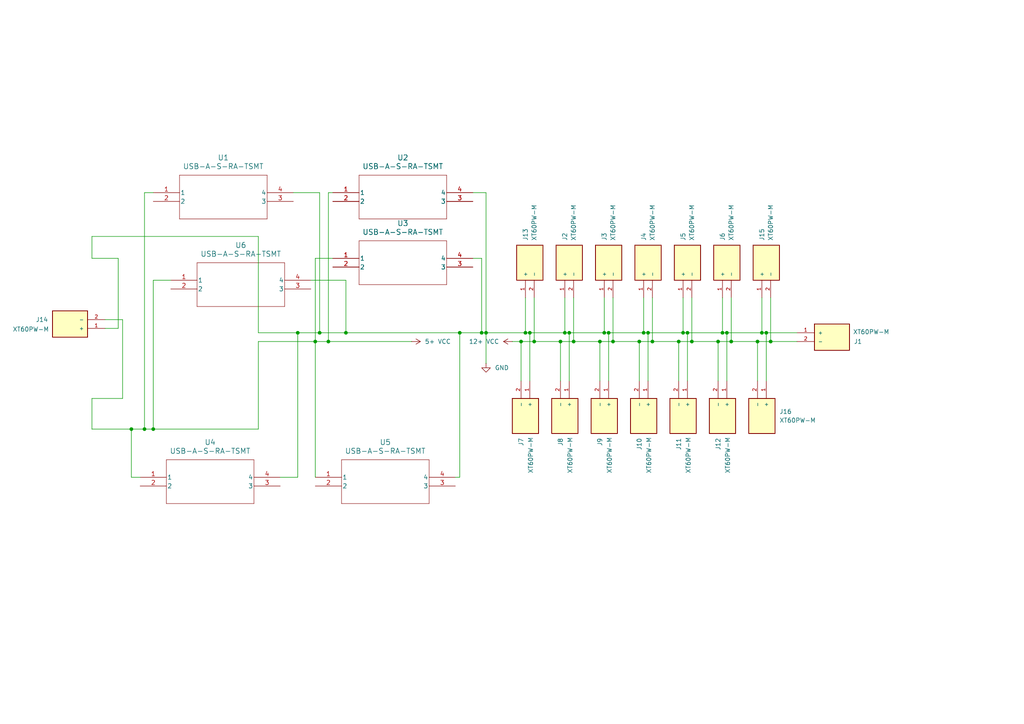
<source format=kicad_sch>
(kicad_sch (version 20231120) (generator "eeschema") (generator_version "8.0")
  (paper "A4")
  (lib_symbols
    (symbol "2025-02-23_03-18-15:USB-A-S-RA-TSMT" (pin_names (offset 0.254))
      (property "Reference" "U" (at 20.32 10.16 0))
      (property "Value" "USB-A-S-RA-TSMT" (at 20.32 7.62 0))
      (symbol "USB-A-S-RA-TSMT_0_1"
        (polyline (pts (xy 7.62 -7.62) (xy 33.02 -7.62)) (stroke (width 0.127)))
        (polyline (pts (xy 7.62 5.08) (xy 7.62 -7.62)) (stroke (width 0.127)))
        (polyline (pts (xy 33.02 -7.62) (xy 33.02 5.08)) (stroke (width 0.127)))
        (polyline (pts (xy 33.02 5.08) (xy 7.62 5.08)) (stroke (width 0.127)))
        (pin unspecified line (at 0 0 0) (length 7.62) (name "1") (number "1"))
        (pin unspecified line (at 0 -2.54 0) (length 7.62) (name "2") (number "2"))
        (pin unspecified line (at 40.64 -2.54 180) (length 7.62) (name "3") (number "3"))
        (pin unspecified line (at 40.64 0 180) (length 7.62) (name "4") (number "4"))
      )
    )
    (symbol "XT60PW-M:XT60PW-M" (pin_names (offset 1.016))
      (property "Reference" "J" (at -5.08 5.7234 0))
      (property "Value" "XT60PW-M" (at -5.08 -5.0923 0))
      (symbol "XT60PW-M_0_0"
        (rectangle (start -5.08 -2.54) (end 5.08 5.08) (stroke (width 0.254)) (fill (type background)))
        (pin passive line (at -10.16 2.54 0) (length 5.08) (name "+") (number "1"))
        (pin passive line (at -10.16 0 0) (length 5.08) (name "-") (number "2"))
      )
    )
    (symbol "power:GND" (power) (pin_numbers hide) (pin_names (offset 0) hide)
      (property "Value" "GND" (at 0 -3.81 0))
      (symbol "GND_0_1"
        (polyline (pts (xy 0 0) (xy 0 -1.27) (xy 1.27 -1.27) (xy 0 -2.54) (xy -1.27 -1.27) (xy 0 -1.27)))
      )
      (symbol "GND_1_1"
        (pin power_in line (at 0 0 270) (length 0) (name "~") (number "1"))
      )
    )
    (symbol "power:VCC" (power) (pin_numbers hide) (pin_names (offset 0) hide)
      (property "Value" "VCC" (at 0 3.556 0))
      (symbol "VCC_0_1"
        (polyline (pts (xy -0.762 1.27) (xy 0 2.54)))
        (polyline (pts (xy 0 0) (xy 0 2.54)))
        (polyline (pts (xy 0 2.54) (xy 0.762 1.27)))
      )
      (symbol "VCC_1_1"
        (pin power_in line (at 0 0 90) (length 0) (name "~") (number "1"))
      )
    )
  )
  (junction (at 152.4 96.52))
  (junction (at 38.1 124.46))
  (junction (at 151.13 99.06))
  (junction (at 140.97 96.52))
  (junction (at 173.99 99.06))
  (junction (at 100.33 96.52))
  (junction (at 200.66 99.06))
  (junction (at 154.94 99.06))
  (junction (at 86.36 96.52))
  (junction (at 165.1 96.52))
  (junction (at 95.25 99.06))
  (junction (at 133.35 96.52))
  (junction (at 175.26 96.52))
  (junction (at 212.09 99.06))
  (junction (at 187.96 96.52))
  (junction (at 220.98 96.52))
  (junction (at 210.82 96.52))
  (junction (at 177.8 99.06))
  (junction (at 153.67 96.52))
  (junction (at 198.12 96.52))
  (junction (at 189.23 99.06))
  (junction (at 199.39 96.52))
  (junction (at 209.55 96.52))
  (junction (at 166.37 99.06))
  (junction (at 208.28 99.06))
  (junction (at 41.91 124.46))
  (junction (at 223.52 99.06))
  (junction (at 222.25 96.52))
  (junction (at 162.56 99.06))
  (junction (at 44.45 124.46))
  (junction (at 186.69 96.52))
  (junction (at 163.83 96.52))
  (junction (at 139.7 96.52))
  (junction (at 91.44 99.06))
  (junction (at 196.85 99.06))
  (junction (at 219.71 99.06))
  (junction (at 92.71 96.52))
  (junction (at 176.53 96.52))
  (junction (at 185.42 99.06))
  (wire (pts (xy 95.25 55.88) (xy 95.25 99.06)))
  (wire (pts (xy 100.33 81.28) (xy 100.33 96.52)))
  (wire (pts (xy 148.59 99.06) (xy 151.13 99.06)))
  (wire (pts (xy 199.39 96.52) (xy 209.55 96.52)))
  (wire (pts (xy 220.98 86.36) (xy 220.98 96.52)))
  (wire (pts (xy 208.28 99.06) (xy 200.66 99.06)))
  (wire (pts (xy 41.91 55.88) (xy 44.45 55.88)))
  (wire (pts (xy 162.56 99.06) (xy 162.56 110.49)))
  (wire (pts (xy 231.14 99.06) (xy 223.52 99.06)))
  (wire (pts (xy 41.91 55.88) (xy 41.91 124.46)))
  (wire (pts (xy 139.7 74.93) (xy 139.7 96.52)))
  (wire (pts (xy 152.4 96.52) (xy 153.67 96.52)))
  (wire (pts (xy 219.71 99.06) (xy 219.71 110.49)))
  (wire (pts (xy 119.38 99.06) (xy 95.25 99.06)))
  (wire (pts (xy 92.71 96.52) (xy 100.33 96.52)))
  (wire (pts (xy 223.52 99.06) (xy 219.71 99.06)))
  (wire (pts (xy 81.28 138.43) (xy 86.36 138.43)))
  (wire (pts (xy 151.13 99.06) (xy 154.94 99.06)))
  (wire (pts (xy 44.45 81.28) (xy 44.45 124.46)))
  (wire (pts (xy 189.23 99.06) (xy 185.42 99.06)))
  (wire (pts (xy 74.93 99.06) (xy 74.93 124.46)))
  (wire (pts (xy 153.67 96.52) (xy 163.83 96.52)))
  (wire (pts (xy 210.82 96.52) (xy 220.98 96.52)))
  (wire (pts (xy 90.17 81.28) (xy 100.33 81.28)))
  (wire (pts (xy 34.29 74.93) (xy 26.67 74.93)))
  (wire (pts (xy 139.7 96.52) (xy 140.97 96.52)))
  (wire (pts (xy 200.66 86.36) (xy 200.66 99.06)))
  (wire (pts (xy 26.67 74.93) (xy 26.67 68.58)))
  (wire (pts (xy 223.52 86.36) (xy 223.52 99.06)))
  (wire (pts (xy 154.94 99.06) (xy 162.56 99.06)))
  (wire (pts (xy 100.33 96.52) (xy 133.35 96.52)))
  (wire (pts (xy 92.71 55.88) (xy 92.71 96.52)))
  (wire (pts (xy 222.25 96.52) (xy 222.25 110.49)))
  (wire (pts (xy 91.44 74.93) (xy 91.44 99.06)))
  (wire (pts (xy 199.39 96.52) (xy 199.39 110.49)))
  (wire (pts (xy 35.56 92.71) (xy 35.56 115.57)))
  (wire (pts (xy 177.8 86.36) (xy 177.8 99.06)))
  (wire (pts (xy 44.45 124.46) (xy 74.93 124.46)))
  (wire (pts (xy 30.48 92.71) (xy 35.56 92.71)))
  (wire (pts (xy 185.42 99.06) (xy 185.42 110.49)))
  (wire (pts (xy 86.36 96.52) (xy 92.71 96.52)))
  (wire (pts (xy 162.56 99.06) (xy 166.37 99.06)))
  (wire (pts (xy 96.52 55.88) (xy 95.25 55.88)))
  (wire (pts (xy 140.97 96.52) (xy 140.97 105.41)))
  (wire (pts (xy 133.35 96.52) (xy 133.35 138.43)))
  (wire (pts (xy 166.37 99.06) (xy 173.99 99.06)))
  (wire (pts (xy 35.56 115.57) (xy 26.67 115.57)))
  (wire (pts (xy 34.29 95.25) (xy 34.29 74.93)))
  (wire (pts (xy 175.26 86.36) (xy 175.26 96.52)))
  (wire (pts (xy 198.12 86.36) (xy 198.12 96.52)))
  (wire (pts (xy 187.96 96.52) (xy 187.96 110.49)))
  (wire (pts (xy 96.52 74.93) (xy 91.44 74.93)))
  (wire (pts (xy 165.1 96.52) (xy 175.26 96.52)))
  (wire (pts (xy 196.85 99.06) (xy 196.85 110.49)))
  (wire (pts (xy 198.12 96.52) (xy 199.39 96.52)))
  (wire (pts (xy 137.16 74.93) (xy 139.7 74.93)))
  (wire (pts (xy 186.69 86.36) (xy 186.69 96.52)))
  (wire (pts (xy 140.97 96.52) (xy 152.4 96.52)))
  (wire (pts (xy 152.4 86.36) (xy 152.4 96.52)))
  (wire (pts (xy 49.53 81.28) (xy 44.45 81.28)))
  (wire (pts (xy 38.1 124.46) (xy 26.67 124.46)))
  (wire (pts (xy 74.93 96.52) (xy 86.36 96.52)))
  (wire (pts (xy 186.69 96.52) (xy 187.96 96.52)))
  (wire (pts (xy 41.91 124.46) (xy 38.1 124.46)))
  (wire (pts (xy 165.1 96.52) (xy 165.1 110.49)))
  (wire (pts (xy 175.26 96.52) (xy 176.53 96.52)))
  (wire (pts (xy 163.83 96.52) (xy 165.1 96.52)))
  (wire (pts (xy 163.83 86.36) (xy 163.83 96.52)))
  (wire (pts (xy 41.91 124.46) (xy 44.45 124.46)))
  (wire (pts (xy 26.67 68.58) (xy 74.93 68.58)))
  (wire (pts (xy 91.44 99.06) (xy 91.44 138.43)))
  (wire (pts (xy 219.71 99.06) (xy 212.09 99.06)))
  (wire (pts (xy 173.99 99.06) (xy 173.99 110.49)))
  (wire (pts (xy 189.23 86.36) (xy 189.23 99.06)))
  (wire (pts (xy 85.09 55.88) (xy 92.71 55.88)))
  (wire (pts (xy 177.8 99.06) (xy 173.99 99.06)))
  (wire (pts (xy 137.16 55.88) (xy 140.97 55.88)))
  (wire (pts (xy 26.67 124.46) (xy 26.67 115.57)))
  (wire (pts (xy 74.93 68.58) (xy 74.93 96.52)))
  (wire (pts (xy 91.44 99.06) (xy 74.93 99.06)))
  (wire (pts (xy 176.53 96.52) (xy 176.53 110.49)))
  (wire (pts (xy 133.35 96.52) (xy 139.7 96.52)))
  (wire (pts (xy 30.48 95.25) (xy 34.29 95.25)))
  (wire (pts (xy 151.13 99.06) (xy 151.13 110.49)))
  (wire (pts (xy 212.09 99.06) (xy 208.28 99.06)))
  (wire (pts (xy 200.66 99.06) (xy 196.85 99.06)))
  (wire (pts (xy 132.08 138.43) (xy 133.35 138.43)))
  (wire (pts (xy 176.53 96.52) (xy 186.69 96.52)))
  (wire (pts (xy 95.25 99.06) (xy 91.44 99.06)))
  (wire (pts (xy 209.55 86.36) (xy 209.55 96.52)))
  (wire (pts (xy 212.09 86.36) (xy 212.09 99.06)))
  (wire (pts (xy 40.64 138.43) (xy 38.1 138.43)))
  (wire (pts (xy 38.1 138.43) (xy 38.1 124.46)))
  (wire (pts (xy 208.28 99.06) (xy 208.28 110.49)))
  (wire (pts (xy 185.42 99.06) (xy 177.8 99.06)))
  (wire (pts (xy 222.25 96.52) (xy 231.14 96.52)))
  (wire (pts (xy 220.98 96.52) (xy 222.25 96.52)))
  (wire (pts (xy 166.37 86.36) (xy 166.37 99.06)))
  (wire (pts (xy 86.36 138.43) (xy 86.36 96.52)))
  (wire (pts (xy 153.67 96.52) (xy 153.67 110.49)))
  (wire (pts (xy 140.97 55.88) (xy 140.97 96.52)))
  (wire (pts (xy 154.94 86.36) (xy 154.94 99.06)))
  (wire (pts (xy 210.82 96.52) (xy 210.82 110.49)))
  (wire (pts (xy 209.55 96.52) (xy 210.82 96.52)))
  (wire (pts (xy 187.96 96.52) (xy 198.12 96.52)))
  (wire (pts (xy 196.85 99.06) (xy 189.23 99.06)))
  (symbol (lib_id "2025-02-23_03-18-15:USB-A-S-RA-TSMT") (at 96.52 74.93 0) (unit 1)
    (property "Reference" "U3" (at 116.84 64.77 0) (effects (font (size 1.524 1.524))))
    (property "Value" "USB-A-S-RA-TSMT" (at 116.84 67.31 0) (effects (font (size 1.524 1.524))))
    (property "Footprint" "USB-A-S-RA-TSMT_ADM" (effects (hide yes)))
    (property "Datasheet" "USB-A-S-RA-TSMT" (effects (hide yes)))
  )
  (symbol (lib_id "2025-02-23_03-18-15:USB-A-S-RA-TSMT") (at 49.53 81.28 0) (unit 1)
    (property "Reference" "U6" (at 69.85 71.12 0) (effects (font (size 1.524 1.524))))
    (property "Value" "USB-A-S-RA-TSMT" (at 69.85 73.66 0) (effects (font (size 1.524 1.524))))
    (property "Footprint" "USB-A-S-RA-TSMT_ADM" (effects (hide yes)))
    (property "Datasheet" "USB-A-S-RA-TSMT" (effects (hide yes)))
  )
  (symbol (lib_id "XT60PW-M:XT60PW-M") (at 173.99 120.65 270) (unit 1)
    (property "Reference" "J9" (at 173.99 127 0) (effects (justify left)))
    (property "Value" "XT60PW-M" (at 176.784 126.746 0) (effects (justify left)))
    (property "Footprint" "Connector_AMASS:AMASS_XT60PW-M_1x02_P7.20mm_Horizontal" (effects (hide yes)))
    (property "MF" "AMASS" (effects (hide yes)))
    (property "MAXIMUM_PACKAGE_HEIGHT" "8.4 mm" (effects (hide yes)))
    (property "Package" "Package" (effects (hide yes)))
    (property "Price" "None" (effects (hide yes)))
    (property "Check_prices" "https://www.snapeda.com/parts/XT60PW-M/AMASS/view-part/?ref=eda" (effects (hide yes)))
    (property "STANDARD" "Manufacturer recommendations" (effects (hide yes)))
    (property "PARTREV" "V1.2" (effects (hide yes)))
    (property "SnapEDA_Link" "https://www.snapeda.com/parts/XT60PW-M/AMASS/view-part/?ref=snap" (effects (hide yes)))
    (property "MP" "XT60PW-M" (effects (hide yes)))
    (property "Description_1" "\n                        \n                            Socket, DC supply, male, PIN: 2\n                        \n" (effects (hide yes)))
    (property "Availability" "Not in stock" (effects (hide yes)))
    (property "MANUFACTURER" "AMASS" (effects (hide yes)))
  )
  (symbol (lib_id "XT60PW-M:XT60PW-M") (at 208.28 120.65 270) (unit 1)
    (property "Reference" "J12" (at 208.28 127 0) (effects (justify left)))
    (property "Value" "XT60PW-M" (at 211.074 126.746 0) (effects (justify left)))
    (property "Footprint" "Connector_AMASS:AMASS_XT60PW-M_1x02_P7.20mm_Horizontal" (effects (hide yes)))
    (property "MF" "AMASS" (effects (hide yes)))
    (property "MAXIMUM_PACKAGE_HEIGHT" "8.4 mm" (effects (hide yes)))
    (property "Package" "Package" (effects (hide yes)))
    (property "Price" "None" (effects (hide yes)))
    (property "Check_prices" "https://www.snapeda.com/parts/XT60PW-M/AMASS/view-part/?ref=eda" (effects (hide yes)))
    (property "STANDARD" "Manufacturer recommendations" (effects (hide yes)))
    (property "PARTREV" "V1.2" (effects (hide yes)))
    (property "SnapEDA_Link" "https://www.snapeda.com/parts/XT60PW-M/AMASS/view-part/?ref=snap" (effects (hide yes)))
    (property "MP" "XT60PW-M" (effects (hide yes)))
    (property "Description_1" "\n                        \n                            Socket, DC supply, male, PIN: 2\n                        \n" (effects (hide yes)))
    (property "Availability" "Not in stock" (effects (hide yes)))
    (property "MANUFACTURER" "AMASS" (effects (hide yes)))
  )
  (symbol (lib_id "power:GND") (at 140.97 105.41 0) (unit 1)
    (property "Reference" "#PWR02" (effects (hide yes)))
    (property "Value" "GND" (at 143.51 106.6799 0) (effects (justify left)))
    (property "Description" "Power symbol creates a global label with name \"GND\" , ground" (effects (hide yes)))
  )
  (symbol (lib_id "XT60PW-M:XT60PW-M") (at 212.09 76.2 90) (unit 1)
    (property "Reference" "J6" (at 209.5499 69.85 0) (effects (justify left)))
    (property "Value" "XT60PW-M" (at 212.0899 69.85 0) (effects (justify left)))
    (property "Footprint" "Connector_AMASS:AMASS_XT60PW-M_1x02_P7.20mm_Horizontal" (effects (hide yes)))
    (property "MF" "AMASS" (effects (hide yes)))
    (property "MAXIMUM_PACKAGE_HEIGHT" "8.4 mm" (effects (hide yes)))
    (property "Package" "Package" (effects (hide yes)))
    (property "Price" "None" (effects (hide yes)))
    (property "Check_prices" "https://www.snapeda.com/parts/XT60PW-M/AMASS/view-part/?ref=eda" (effects (hide yes)))
    (property "STANDARD" "Manufacturer recommendations" (effects (hide yes)))
    (property "PARTREV" "V1.2" (effects (hide yes)))
    (property "SnapEDA_Link" "https://www.snapeda.com/parts/XT60PW-M/AMASS/view-part/?ref=snap" (effects (hide yes)))
    (property "MP" "XT60PW-M" (effects (hide yes)))
    (property "Description_1" "\n                        \n                            Socket, DC supply, male, PIN: 2\n                        \n" (effects (hide yes)))
    (property "Availability" "Not in stock" (effects (hide yes)))
    (property "MANUFACTURER" "AMASS" (effects (hide yes)))
  )
  (symbol (lib_id "XT60PW-M:XT60PW-M") (at 154.94 76.2 90) (unit 1)
    (property "Reference" "J13" (at 152.3999 69.85 0) (effects (justify left)))
    (property "Value" "XT60PW-M" (at 154.9399 69.85 0) (effects (justify left)))
    (property "Footprint" "Connector_AMASS:AMASS_XT60PW-M_1x02_P7.20mm_Horizontal" (effects (hide yes)))
    (property "MF" "AMASS" (effects (hide yes)))
    (property "MAXIMUM_PACKAGE_HEIGHT" "8.4 mm" (effects (hide yes)))
    (property "Package" "Package" (effects (hide yes)))
    (property "Price" "None" (effects (hide yes)))
    (property "Check_prices" "https://www.snapeda.com/parts/XT60PW-M/AMASS/view-part/?ref=eda" (effects (hide yes)))
    (property "STANDARD" "Manufacturer recommendations" (effects (hide yes)))
    (property "PARTREV" "V1.2" (effects (hide yes)))
    (property "SnapEDA_Link" "https://www.snapeda.com/parts/XT60PW-M/AMASS/view-part/?ref=snap" (effects (hide yes)))
    (property "MP" "XT60PW-M" (effects (hide yes)))
    (property "Description_1" "\n                        \n                            Socket, DC supply, male, PIN: 2\n                        \n" (effects (hide yes)))
    (property "Availability" "Not in stock" (effects (hide yes)))
    (property "MANUFACTURER" "AMASS" (effects (hide yes)))
  )
  (symbol (lib_id "2025-02-23_03-18-15:USB-A-S-RA-TSMT") (at 91.44 138.43 0) (unit 1)
    (property "Reference" "U5" (at 111.76 128.27 0) (effects (font (size 1.524 1.524))))
    (property "Value" "USB-A-S-RA-TSMT" (at 111.76 130.81 0) (effects (font (size 1.524 1.524))))
    (property "Footprint" "USB-A-S-RA-TSMT_ADM" (effects (hide yes)))
    (property "Datasheet" "USB-A-S-RA-TSMT" (effects (hide yes)))
  )
  (symbol (lib_id "XT60PW-M:XT60PW-M") (at 162.56 120.65 270) (unit 1)
    (property "Reference" "J8" (at 162.56 127 0) (effects (justify left)))
    (property "Value" "XT60PW-M" (at 165.354 126.746 0) (effects (justify left)))
    (property "Footprint" "Connector_AMASS:AMASS_XT60PW-M_1x02_P7.20mm_Horizontal" (effects (hide yes)))
    (property "MF" "AMASS" (effects (hide yes)))
    (property "MAXIMUM_PACKAGE_HEIGHT" "8.4 mm" (effects (hide yes)))
    (property "Package" "Package" (effects (hide yes)))
    (property "Price" "None" (effects (hide yes)))
    (property "Check_prices" "https://www.snapeda.com/parts/XT60PW-M/AMASS/view-part/?ref=eda" (effects (hide yes)))
    (property "STANDARD" "Manufacturer recommendations" (effects (hide yes)))
    (property "PARTREV" "V1.2" (effects (hide yes)))
    (property "SnapEDA_Link" "https://www.snapeda.com/parts/XT60PW-M/AMASS/view-part/?ref=snap" (effects (hide yes)))
    (property "MP" "XT60PW-M" (effects (hide yes)))
    (property "Description_1" "\n                        \n                            Socket, DC supply, male, PIN: 2\n                        \n" (effects (hide yes)))
    (property "Availability" "Not in stock" (effects (hide yes)))
    (property "MANUFACTURER" "AMASS" (effects (hide yes)))
  )
  (symbol (lib_id "XT60PW-M:XT60PW-M") (at 177.8 76.2 90) (unit 1)
    (property "Reference" "J3" (at 175.2599 69.85 0) (effects (justify left)))
    (property "Value" "XT60PW-M" (at 177.7999 69.85 0) (effects (justify left)))
    (property "Footprint" "Connector_AMASS:AMASS_XT60PW-M_1x02_P7.20mm_Horizontal" (effects (hide yes)))
    (property "MF" "AMASS" (effects (hide yes)))
    (property "MAXIMUM_PACKAGE_HEIGHT" "8.4 mm" (effects (hide yes)))
    (property "Package" "Package" (effects (hide yes)))
    (property "Price" "None" (effects (hide yes)))
    (property "Check_prices" "https://www.snapeda.com/parts/XT60PW-M/AMASS/view-part/?ref=eda" (effects (hide yes)))
    (property "STANDARD" "Manufacturer recommendations" (effects (hide yes)))
    (property "PARTREV" "V1.2" (effects (hide yes)))
    (property "SnapEDA_Link" "https://www.snapeda.com/parts/XT60PW-M/AMASS/view-part/?ref=snap" (effects (hide yes)))
    (property "MP" "XT60PW-M" (effects (hide yes)))
    (property "Description_1" "\n                        \n                            Socket, DC supply, male, PIN: 2\n                        \n" (effects (hide yes)))
    (property "Availability" "Not in stock" (effects (hide yes)))
    (property "MANUFACTURER" "AMASS" (effects (hide yes)))
  )
  (symbol (lib_id "XT60PW-M:XT60PW-M") (at 200.66 76.2 90) (unit 1)
    (property "Reference" "J5" (at 198.1199 69.85 0) (effects (justify left)))
    (property "Value" "XT60PW-M" (at 200.6599 69.85 0) (effects (justify left)))
    (property "Footprint" "Connector_AMASS:AMASS_XT60PW-M_1x02_P7.20mm_Horizontal" (effects (hide yes)))
    (property "MF" "AMASS" (effects (hide yes)))
    (property "MAXIMUM_PACKAGE_HEIGHT" "8.4 mm" (effects (hide yes)))
    (property "Package" "Package" (effects (hide yes)))
    (property "Price" "None" (effects (hide yes)))
    (property "Check_prices" "https://www.snapeda.com/parts/XT60PW-M/AMASS/view-part/?ref=eda" (effects (hide yes)))
    (property "STANDARD" "Manufacturer recommendations" (effects (hide yes)))
    (property "PARTREV" "V1.2" (effects (hide yes)))
    (property "SnapEDA_Link" "https://www.snapeda.com/parts/XT60PW-M/AMASS/view-part/?ref=snap" (effects (hide yes)))
    (property "MP" "XT60PW-M" (effects (hide yes)))
    (property "Description_1" "\n                        \n                            Socket, DC supply, male, PIN: 2\n                        \n" (effects (hide yes)))
    (property "Availability" "Not in stock" (effects (hide yes)))
    (property "MANUFACTURER" "AMASS" (effects (hide yes)))
  )
  (symbol (lib_id "XT60PW-M:XT60PW-M") (at 223.52 76.2 90) (unit 1)
    (property "Reference" "J15" (at 220.9799 69.85 0) (effects (justify left)))
    (property "Value" "XT60PW-M" (at 223.5199 69.85 0) (effects (justify left)))
    (property "Footprint" "Connector_AMASS:AMASS_XT60PW-M_1x02_P7.20mm_Horizontal" (effects (hide yes)))
    (property "MF" "AMASS" (effects (hide yes)))
    (property "MAXIMUM_PACKAGE_HEIGHT" "8.4 mm" (effects (hide yes)))
    (property "Package" "Package" (effects (hide yes)))
    (property "Price" "None" (effects (hide yes)))
    (property "Check_prices" "https://www.snapeda.com/parts/XT60PW-M/AMASS/view-part/?ref=eda" (effects (hide yes)))
    (property "STANDARD" "Manufacturer recommendations" (effects (hide yes)))
    (property "PARTREV" "V1.2" (effects (hide yes)))
    (property "SnapEDA_Link" "https://www.snapeda.com/parts/XT60PW-M/AMASS/view-part/?ref=snap" (effects (hide yes)))
    (property "MP" "XT60PW-M" (effects (hide yes)))
    (property "Description_1" "\n                        \n                            Socket, DC supply, male, PIN: 2\n                        \n" (effects (hide yes)))
    (property "Availability" "Not in stock" (effects (hide yes)))
    (property "MANUFACTURER" "AMASS" (effects (hide yes)))
  )
  (symbol (lib_id "XT60PW-M:XT60PW-M") (at 166.37 76.2 90) (unit 1)
    (property "Reference" "J2" (at 163.8299 69.85 0) (effects (justify left)))
    (property "Value" "XT60PW-M" (at 166.3699 69.85 0) (effects (justify left)))
    (property "Footprint" "Connector_AMASS:AMASS_XT60PW-M_1x02_P7.20mm_Horizontal" (effects (hide yes)))
    (property "MF" "AMASS" (effects (hide yes)))
    (property "MAXIMUM_PACKAGE_HEIGHT" "8.4 mm" (effects (hide yes)))
    (property "Package" "Package" (effects (hide yes)))
    (property "Price" "None" (effects (hide yes)))
    (property "Check_prices" "https://www.snapeda.com/parts/XT60PW-M/AMASS/view-part/?ref=eda" (effects (hide yes)))
    (property "STANDARD" "Manufacturer recommendations" (effects (hide yes)))
    (property "PARTREV" "V1.2" (effects (hide yes)))
    (property "SnapEDA_Link" "https://www.snapeda.com/parts/XT60PW-M/AMASS/view-part/?ref=snap" (effects (hide yes)))
    (property "MP" "XT60PW-M" (effects (hide yes)))
    (property "Description_1" "\n                        \n                            Socket, DC supply, male, PIN: 2\n                        \n" (effects (hide yes)))
    (property "Availability" "Not in stock" (effects (hide yes)))
    (property "MANUFACTURER" "AMASS" (effects (hide yes)))
  )
  (symbol (lib_id "XT60PW-M:XT60PW-M") (at 196.85 120.65 270) (unit 1)
    (property "Reference" "J11" (at 196.85 127 0) (effects (justify left)))
    (property "Value" "XT60PW-M" (at 199.644 126.746 0) (effects (justify left)))
    (property "Footprint" "Connector_AMASS:AMASS_XT60PW-M_1x02_P7.20mm_Horizontal" (effects (hide yes)))
    (property "MF" "AMASS" (effects (hide yes)))
    (property "MAXIMUM_PACKAGE_HEIGHT" "8.4 mm" (effects (hide yes)))
    (property "Package" "Package" (effects (hide yes)))
    (property "Price" "None" (effects (hide yes)))
    (property "Check_prices" "https://www.snapeda.com/parts/XT60PW-M/AMASS/view-part/?ref=eda" (effects (hide yes)))
    (property "STANDARD" "Manufacturer recommendations" (effects (hide yes)))
    (property "PARTREV" "V1.2" (effects (hide yes)))
    (property "SnapEDA_Link" "https://www.snapeda.com/parts/XT60PW-M/AMASS/view-part/?ref=snap" (effects (hide yes)))
    (property "MP" "XT60PW-M" (effects (hide yes)))
    (property "Description_1" "\n                        \n                            Socket, DC supply, male, PIN: 2\n                        \n" (effects (hide yes)))
    (property "Availability" "Not in stock" (effects (hide yes)))
    (property "MANUFACTURER" "AMASS" (effects (hide yes)))
  )
  (symbol (lib_id "XT60PW-M:XT60PW-M") (at 20.32 92.71 180) (unit 1)
    (property "Reference" "J14" (at 13.97 92.71 0) (effects (justify left)))
    (property "Value" "XT60PW-M" (at 14.224 95.504 0) (effects (justify left)))
    (property "Footprint" "Connector_AMASS:AMASS_XT60PW-M_1x02_P7.20mm_Horizontal" (effects (hide yes)))
    (property "MF" "AMASS" (effects (hide yes)))
    (property "MAXIMUM_PACKAGE_HEIGHT" "8.4 mm" (effects (hide yes)))
    (property "Package" "Package" (effects (hide yes)))
    (property "Price" "None" (effects (hide yes)))
    (property "Check_prices" "https://www.snapeda.com/parts/XT60PW-M/AMASS/view-part/?ref=eda" (effects (hide yes)))
    (property "STANDARD" "Manufacturer recommendations" (effects (hide yes)))
    (property "PARTREV" "V1.2" (effects (hide yes)))
    (property "SnapEDA_Link" "https://www.snapeda.com/parts/XT60PW-M/AMASS/view-part/?ref=snap" (effects (hide yes)))
    (property "MP" "XT60PW-M" (effects (hide yes)))
    (property "Description_1" "\n                        \n                            Socket, DC supply, male, PIN: 2\n                        \n" (effects (hide yes)))
    (property "Availability" "Not in stock" (effects (hide yes)))
    (property "MANUFACTURER" "AMASS" (effects (hide yes)))
  )
  (symbol (lib_id "XT60PW-M:XT60PW-M") (at 219.71 120.65 270) (unit 1)
    (property "Reference" "J16" (at 226.06 119.3799 90) (effects (justify left)))
    (property "Value" "XT60PW-M" (at 226.06 121.9199 90) (effects (justify left)))
    (property "Footprint" "Connector_AMASS:AMASS_XT60PW-M_1x02_P7.20mm_Horizontal" (effects (hide yes)))
    (property "MF" "AMASS" (effects (hide yes)))
    (property "MAXIMUM_PACKAGE_HEIGHT" "8.4 mm" (effects (hide yes)))
    (property "Package" "Package" (effects (hide yes)))
    (property "Price" "None" (effects (hide yes)))
    (property "Check_prices" "https://www.snapeda.com/parts/XT60PW-M/AMASS/view-part/?ref=eda" (effects (hide yes)))
    (property "STANDARD" "Manufacturer recommendations" (effects (hide yes)))
    (property "PARTREV" "V1.2" (effects (hide yes)))
    (property "SnapEDA_Link" "https://www.snapeda.com/parts/XT60PW-M/AMASS/view-part/?ref=snap" (effects (hide yes)))
    (property "MP" "XT60PW-M" (effects (hide yes)))
    (property "Description_1" "\n                        \n                            Socket, DC supply, male, PIN: 2\n                        \n" (effects (hide yes)))
    (property "Availability" "Not in stock" (effects (hide yes)))
    (property "MANUFACTURER" "AMASS" (effects (hide yes)))
  )
  (symbol (lib_id "2025-02-23_03-18-15:USB-A-S-RA-TSMT") (at 44.45 55.88 0) (unit 1)
    (property "Reference" "U1" (at 64.77 45.72 0) (effects (font (size 1.524 1.524))))
    (property "Value" "USB-A-S-RA-TSMT" (at 64.77 48.26 0) (effects (font (size 1.524 1.524))))
    (property "Footprint" "USB-A-S-RA-TSMT_ADM" (effects (hide yes)))
    (property "Datasheet" "USB-A-S-RA-TSMT" (effects (hide yes)))
  )
  (symbol (lib_id "XT60PW-M:XT60PW-M") (at 151.13 120.65 270) (unit 1)
    (property "Reference" "J7" (at 151.13 127 0) (effects (justify left)))
    (property "Value" "XT60PW-M" (at 153.924 126.746 0) (effects (justify left)))
    (property "Footprint" "Connector_AMASS:AMASS_XT60PW-M_1x02_P7.20mm_Horizontal" (effects (hide yes)))
    (property "MF" "AMASS" (effects (hide yes)))
    (property "MAXIMUM_PACKAGE_HEIGHT" "8.4 mm" (effects (hide yes)))
    (property "Package" "Package" (effects (hide yes)))
    (property "Price" "None" (effects (hide yes)))
    (property "Check_prices" "https://www.snapeda.com/parts/XT60PW-M/AMASS/view-part/?ref=eda" (effects (hide yes)))
    (property "STANDARD" "Manufacturer recommendations" (effects (hide yes)))
    (property "PARTREV" "V1.2" (effects (hide yes)))
    (property "SnapEDA_Link" "https://www.snapeda.com/parts/XT60PW-M/AMASS/view-part/?ref=snap" (effects (hide yes)))
    (property "MP" "XT60PW-M" (effects (hide yes)))
    (property "Description_1" "\n                        \n                            Socket, DC supply, male, PIN: 2\n                        \n" (effects (hide yes)))
    (property "Availability" "Not in stock" (effects (hide yes)))
    (property "MANUFACTURER" "AMASS" (effects (hide yes)))
  )
  (symbol (lib_id "2025-02-23_03-18-15:USB-A-S-RA-TSMT") (at 40.64 138.43 0) (unit 1)
    (property "Reference" "U4" (at 60.96 128.27 0) (effects (font (size 1.524 1.524))))
    (property "Value" "USB-A-S-RA-TSMT" (at 60.96 130.81 0) (effects (font (size 1.524 1.524))))
    (property "Footprint" "USB-A-S-RA-TSMT_ADM" (effects (hide yes)))
    (property "Datasheet" "USB-A-S-RA-TSMT" (effects (hide yes)))
  )
  (symbol (lib_id "power:VCC") (at 148.59 99.06 90) (unit 1)
    (property "Reference" "#PWR01" (effects (hide yes)))
    (property "Value" "12+ VCC" (at 144.78 99.0599 90) (effects (justify left)))
    (property "Description" "Power symbol creates a global label with name \"VCC\"" (effects (hide yes)))
  )
  (symbol (lib_id "XT60PW-M:XT60PW-M") (at 185.42 120.65 270) (unit 1)
    (property "Reference" "J10" (at 185.42 127 0) (effects (justify left)))
    (property "Value" "XT60PW-M" (at 188.214 126.746 0) (effects (justify left)))
    (property "Footprint" "Connector_AMASS:AMASS_XT60PW-M_1x02_P7.20mm_Horizontal" (effects (hide yes)))
    (property "MF" "AMASS" (effects (hide yes)))
    (property "MAXIMUM_PACKAGE_HEIGHT" "8.4 mm" (effects (hide yes)))
    (property "Package" "Package" (effects (hide yes)))
    (property "Price" "None" (effects (hide yes)))
    (property "Check_prices" "https://www.snapeda.com/parts/XT60PW-M/AMASS/view-part/?ref=eda" (effects (hide yes)))
    (property "STANDARD" "Manufacturer recommendations" (effects (hide yes)))
    (property "PARTREV" "V1.2" (effects (hide yes)))
    (property "SnapEDA_Link" "https://www.snapeda.com/parts/XT60PW-M/AMASS/view-part/?ref=snap" (effects (hide yes)))
    (property "MP" "XT60PW-M" (effects (hide yes)))
    (property "Description_1" "\n                        \n                            Socket, DC supply, male, PIN: 2\n                        \n" (effects (hide yes)))
    (property "Availability" "Not in stock" (effects (hide yes)))
    (property "MANUFACTURER" "AMASS" (effects (hide yes)))
  )
  (symbol (lib_id "XT60PW-M:XT60PW-M") (at 189.23 76.2 90) (unit 1)
    (property "Reference" "J4" (at 186.6899 69.85 0) (effects (justify left)))
    (property "Value" "XT60PW-M" (at 189.2299 69.85 0) (effects (justify left)))
    (property "Footprint" "Connector_AMASS:AMASS_XT60PW-M_1x02_P7.20mm_Horizontal" (effects (hide yes)))
    (property "MF" "AMASS" (effects (hide yes)))
    (property "MAXIMUM_PACKAGE_HEIGHT" "8.4 mm" (effects (hide yes)))
    (property "Package" "Package" (effects (hide yes)))
    (property "Price" "None" (effects (hide yes)))
    (property "Check_prices" "https://www.snapeda.com/parts/XT60PW-M/AMASS/view-part/?ref=eda" (effects (hide yes)))
    (property "STANDARD" "Manufacturer recommendations" (effects (hide yes)))
    (property "PARTREV" "V1.2" (effects (hide yes)))
    (property "SnapEDA_Link" "https://www.snapeda.com/parts/XT60PW-M/AMASS/view-part/?ref=snap" (effects (hide yes)))
    (property "MP" "XT60PW-M" (effects (hide yes)))
    (property "Description_1" "\n                        \n                            Socket, DC supply, male, PIN: 2\n                        \n" (effects (hide yes)))
    (property "Availability" "Not in stock" (effects (hide yes)))
    (property "MANUFACTURER" "AMASS" (effects (hide yes)))
  )
  (symbol (lib_id "XT60PW-M:XT60PW-M") (at 241.3 99.06 0) (unit 1)
    (property "Reference" "J1" (at 247.65 99.06 0) (effects (justify left)))
    (property "Value" "XT60PW-M" (at 247.396 96.266 0) (effects (justify left)))
    (property "Footprint" "Connector_AMASS:AMASS_XT60PW-M_1x02_P7.20mm_Horizontal" (effects (hide yes)))
    (property "MF" "AMASS" (effects (hide yes)))
    (property "MAXIMUM_PACKAGE_HEIGHT" "8.4 mm" (effects (hide yes)))
    (property "Package" "Package" (effects (hide yes)))
    (property "Price" "None" (effects (hide yes)))
    (property "Check_prices" "https://www.snapeda.com/parts/XT60PW-M/AMASS/view-part/?ref=eda" (effects (hide yes)))
    (property "STANDARD" "Manufacturer recommendations" (effects (hide yes)))
    (property "PARTREV" "V1.2" (effects (hide yes)))
    (property "SnapEDA_Link" "https://www.snapeda.com/parts/XT60PW-M/AMASS/view-part/?ref=snap" (effects (hide yes)))
    (property "MP" "XT60PW-M" (effects (hide yes)))
    (property "Description_1" "\n                        \n                            Socket, DC supply, male, PIN: 2\n                        \n" (effects (hide yes)))
    (property "Availability" "Not in stock" (effects (hide yes)))
    (property "MANUFACTURER" "AMASS" (effects (hide yes)))
  )
  (symbol (lib_id "power:VCC") (at 119.38 99.06 270) (unit 1)
    (property "Reference" "#PWR03" (effects (hide yes)))
    (property "Value" "5+ VCC" (at 123.19 99.0599 90) (effects (justify left)))
    (property "Description" "Power symbol creates a global label with name \"VCC\"" (effects (hide yes)))
  )
  (symbol (lib_id "2025-02-23_03-18-15:USB-A-S-RA-TSMT") (at 96.52 55.88 0) (unit 1)
    (property "Reference" "U2" (at 116.84 45.72 0) (effects (font (size 1.524 1.524))))
    (property "Value" "USB-A-S-RA-TSMT" (at 116.84 48.26 0) (effects (font (size 1.524 1.524))))
    (property "Footprint" "USB-A-S-RA-TSMT_ADM" (effects (hide yes)))
    (property "Datasheet" "USB-A-S-RA-TSMT" (effects (hide yes)))
  )
)
</source>
